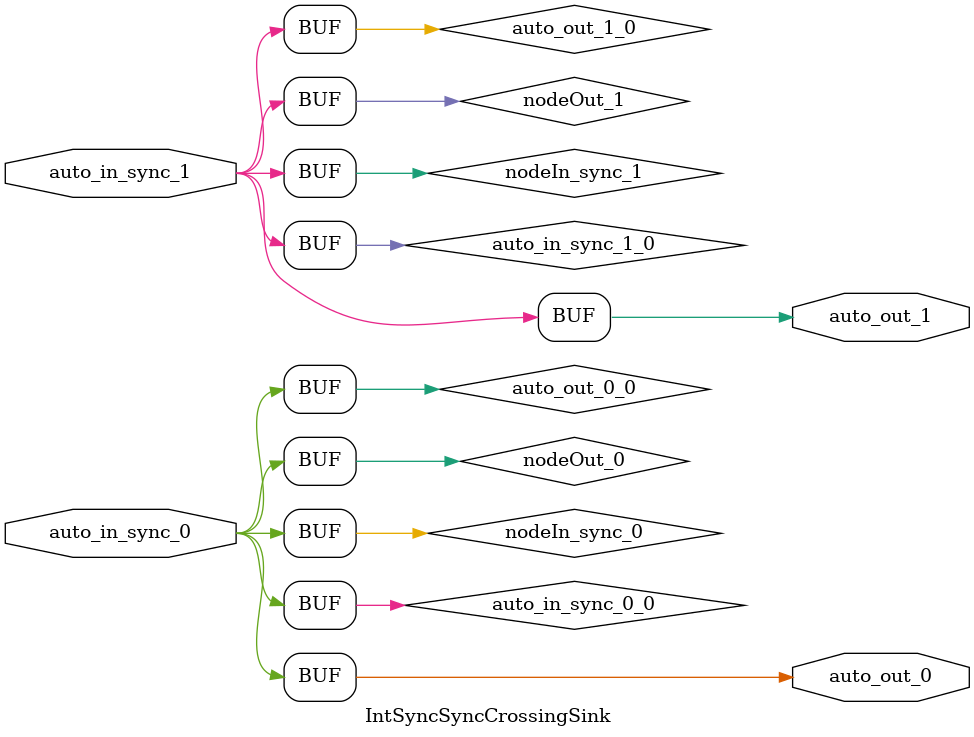
<source format=sv>
`ifndef RANDOMIZE
  `ifdef RANDOMIZE_MEM_INIT
    `define RANDOMIZE
  `endif // RANDOMIZE_MEM_INIT
`endif // not def RANDOMIZE
`ifndef RANDOMIZE
  `ifdef RANDOMIZE_REG_INIT
    `define RANDOMIZE
  `endif // RANDOMIZE_REG_INIT
`endif // not def RANDOMIZE

`ifndef RANDOM
  `define RANDOM $random
`endif // not def RANDOM

// Users can define INIT_RANDOM as general code that gets injected into the
// initializer block for modules with registers.
`ifndef INIT_RANDOM
  `define INIT_RANDOM
`endif // not def INIT_RANDOM

// If using random initialization, you can also define RANDOMIZE_DELAY to
// customize the delay used, otherwise 0.002 is used.
`ifndef RANDOMIZE_DELAY
  `define RANDOMIZE_DELAY 0.002
`endif // not def RANDOMIZE_DELAY

// Define INIT_RANDOM_PROLOG_ for use in our modules below.
`ifndef INIT_RANDOM_PROLOG_
  `ifdef RANDOMIZE
    `ifdef VERILATOR
      `define INIT_RANDOM_PROLOG_ `INIT_RANDOM
    `else  // VERILATOR
      `define INIT_RANDOM_PROLOG_ `INIT_RANDOM #`RANDOMIZE_DELAY begin end
    `endif // VERILATOR
  `else  // RANDOMIZE
    `define INIT_RANDOM_PROLOG_
  `endif // RANDOMIZE
`endif // not def INIT_RANDOM_PROLOG_

// Include register initializers in init blocks unless synthesis is set
`ifndef SYNTHESIS
  `ifndef ENABLE_INITIAL_REG_
    `define ENABLE_INITIAL_REG_
  `endif // not def ENABLE_INITIAL_REG_
`endif // not def SYNTHESIS

// Include rmemory initializers in init blocks unless synthesis is set
`ifndef SYNTHESIS
  `ifndef ENABLE_INITIAL_MEM_
    `define ENABLE_INITIAL_MEM_
  `endif // not def ENABLE_INITIAL_MEM_
`endif // not def SYNTHESIS

// Standard header to adapt well known macros for prints and assertions.

// Users can define 'PRINTF_COND' to add an extra gate to prints.
`ifndef PRINTF_COND_
  `ifdef PRINTF_COND
    `define PRINTF_COND_ (`PRINTF_COND)
  `else  // PRINTF_COND
    `define PRINTF_COND_ 1
  `endif // PRINTF_COND
`endif // not def PRINTF_COND_

// Users can define 'ASSERT_VERBOSE_COND' to add an extra gate to assert error printing.
`ifndef ASSERT_VERBOSE_COND_
  `ifdef ASSERT_VERBOSE_COND
    `define ASSERT_VERBOSE_COND_ (`ASSERT_VERBOSE_COND)
  `else  // ASSERT_VERBOSE_COND
    `define ASSERT_VERBOSE_COND_ 1
  `endif // ASSERT_VERBOSE_COND
`endif // not def ASSERT_VERBOSE_COND_

// Users can define 'STOP_COND' to add an extra gate to stop conditions.
`ifndef STOP_COND_
  `ifdef STOP_COND
    `define STOP_COND_ (`STOP_COND)
  `else  // STOP_COND
    `define STOP_COND_ 1
  `endif // STOP_COND
`endif // not def STOP_COND_

module IntSyncSyncCrossingSink(
  input  auto_in_sync_0,	// src/main/scala/diplomacy/LazyModule.scala:374:18
         auto_in_sync_1,	// src/main/scala/diplomacy/LazyModule.scala:374:18
  output auto_out_0,	// src/main/scala/diplomacy/LazyModule.scala:374:18
         auto_out_1	// src/main/scala/diplomacy/LazyModule.scala:374:18
);

  wire auto_in_sync_0_0 = auto_in_sync_0;
  wire auto_in_sync_1_0 = auto_in_sync_1;
  wire nodeIn_sync_0 = auto_in_sync_0_0;	// src/main/scala/diplomacy/Nodes.scala:1214:17
  wire nodeIn_sync_1 = auto_in_sync_1_0;	// src/main/scala/diplomacy/Nodes.scala:1214:17
  wire nodeOut_0;	// src/main/scala/diplomacy/Nodes.scala:1205:17
  wire nodeOut_1;	// src/main/scala/diplomacy/Nodes.scala:1205:17
  assign nodeOut_0 = nodeIn_sync_0;	// src/main/scala/diplomacy/Nodes.scala:1205:17, :1214:17
  assign nodeOut_1 = nodeIn_sync_1;	// src/main/scala/diplomacy/Nodes.scala:1205:17, :1214:17
  wire auto_out_0_0 = nodeOut_0;	// src/main/scala/diplomacy/Nodes.scala:1205:17
  wire auto_out_1_0 = nodeOut_1;	// src/main/scala/diplomacy/Nodes.scala:1205:17
  assign auto_out_0 = auto_out_0_0;
  assign auto_out_1 = auto_out_1_0;
endmodule


</source>
